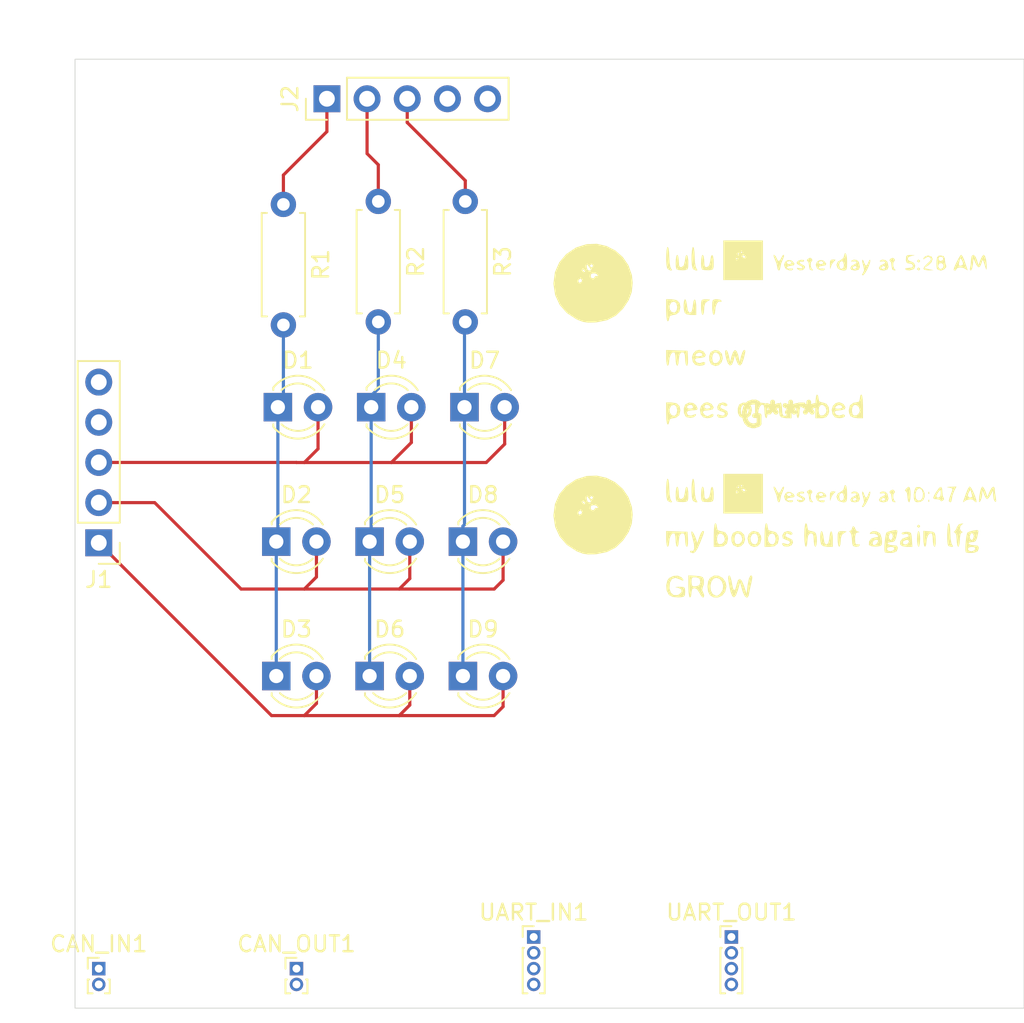
<source format=kicad_pcb>
(kicad_pcb (version 20240108) (generator "pcbnew") (generator_version "8.0")
  (layers (0 "F.Cu" signal) (31 "B.Cu" signal) (34 "B.Paste" user) (35 "F.Paste" user) (36 "B.SilkS" user "B.Silkscreen") (37 "F.SilkS" user "F.Silkscreen") (38 "B.Mask" user) (39 "F.Mask" user) (44 "Edge.Cuts" user))
  (net 0 "")
  (net 5 "Net-(D1-K)")
  (net 6 "Net-(D1-A)")
  (net 7 "Net-(D2-A)")
  (net 8 "Net-(D3-A)")
  (net 9 "Net-(D4-K)")
  (net 10 "Net-(D7-K)")
  (net 11 "Net-(J2-Pin_1)")
  (net 12 "Net-(J2-Pin_2)")
  (net 13 "Net-(J2-Pin_3)")
  (footprint "LOGO" (layer "F.Cu") (at 66.5 36)
    (property "Reference" "G***" (at 0 0 0) (layer "F.SilkS") (effects (font (size 1.5 1.5) (thickness 0.3))))
    (property "Value" "LOGO" (hide yes))
  )
  (footprint "Connector_PinHeader_1.00mm:PinHeader_1x04_P1.00mm_Vertical" (layer "F.Cu") (at 51 69)
    (property "Reference" "UART_IN1" (at 0 -1.56 0) (layer "F.SilkS"))
    (property "Value" "Conn_01x04_Pin")
    (pad "1" thru_hole rect (at 0 0) (size 0.85 0.85) (drill 0.5) (layers "*.Cu" "*.Mask"))
    (pad "2" thru_hole oval (at 0 1) (size 0.85 0.85) (drill 0.5) (layers "*.Cu" "*.Mask"))
    (pad "3" thru_hole oval (at 0 2) (size 0.85 0.85) (drill 0.5) (layers "*.Cu" "*.Mask"))
    (pad "4" thru_hole oval (at 0 3) (size 0.85 0.85) (drill 0.5) (layers "*.Cu" "*.Mask"))
  )
  (footprint "Resistor_THT:R_Axial_DIN0207_L6.3mm_D2.5mm_P7.62mm_Horizontal" (layer "F.Cu") (at 46.675 22.49 -90)
    (property "Reference" "R3" (at 3.81 -2.37 90) (layer "F.SilkS"))
    (property "Value" "R")
    (pad "1" thru_hole circle (at 0 0 270) (size 1.6 1.6) (drill 0.8) (layers "*.Cu" "*.Mask") (net 13 "Net-(J2-Pin_3)"))
    (pad "2" thru_hole oval (at 7.62 0 270) (size 1.6 1.6) (drill 0.8) (layers "*.Cu" "*.Mask") (net 10 "Net-(D7-K)"))
  )
  (footprint "Connector_PinHeader_2.54mm:PinHeader_1x05_P2.54mm_Vertical" (layer "F.Cu") (at 37.925 16 90)
    (property "Reference" "J2" (at 0 -2.33 90) (layer "F.SilkS"))
    (property "Value" "Conn_01x05_Pin")
    (pad "1" thru_hole rect (at 0 0 90) (size 1.7 1.7) (drill 1) (layers "*.Cu" "*.Mask") (net 11 "Net-(J2-Pin_1)"))
    (pad "2" thru_hole oval (at 0 2.54 90) (size 1.7 1.7) (drill 1) (layers "*.Cu" "*.Mask") (net 12 "Net-(J2-Pin_2)"))
    (pad "3" thru_hole oval (at 0 5.08 90) (size 1.7 1.7) (drill 1) (layers "*.Cu" "*.Mask") (net 13 "Net-(J2-Pin_3)"))
    (pad "4" thru_hole oval (at 0 7.62 90) (size 1.7 1.7) (drill 1) (layers "*.Cu" "*.Mask"))
    (pad "5" thru_hole oval (at 0 10.16 90) (size 1.7 1.7) (drill 1) (layers "*.Cu" "*.Mask"))
  )
  (footprint "Resistor_THT:R_Axial_DIN0207_L6.3mm_D2.5mm_P7.62mm_Horizontal" (layer "F.Cu") (at 41.175 22.49 -90)
    (property "Reference" "R2" (at 3.81 -2.37 90) (layer "F.SilkS"))
    (property "Value" "R")
    (pad "1" thru_hole circle (at 0 0 270) (size 1.6 1.6) (drill 0.8) (layers "*.Cu" "*.Mask") (net 12 "Net-(J2-Pin_2)"))
    (pad "2" thru_hole oval (at 7.62 0 270) (size 1.6 1.6) (drill 0.8) (layers "*.Cu" "*.Mask") (net 9 "Net-(D4-K)"))
  )
  (footprint "Connector_PinHeader_2.54mm:PinHeader_1x05_P2.54mm_Vertical" (layer "F.Cu") (at 23.5 44.075 180)
    (property "Reference" "J1" (at 0 -2.33 0) (layer "F.SilkS"))
    (property "Value" "Conn_01x05_Pin")
    (pad "1" thru_hole rect (at 0 0 180) (size 1.7 1.7) (drill 1) (layers "*.Cu" "*.Mask") (net 8 "Net-(D3-A)"))
    (pad "2" thru_hole oval (at 0 2.54 180) (size 1.7 1.7) (drill 1) (layers "*.Cu" "*.Mask") (net 7 "Net-(D2-A)"))
    (pad "3" thru_hole oval (at 0 5.08 180) (size 1.7 1.7) (drill 1) (layers "*.Cu" "*.Mask") (net 6 "Net-(D1-A)"))
    (pad "4" thru_hole oval (at 0 7.62 180) (size 1.7 1.7) (drill 1) (layers "*.Cu" "*.Mask"))
    (pad "5" thru_hole oval (at 0 10.16 180) (size 1.7 1.7) (drill 1) (layers "*.Cu" "*.Mask"))
  )
  (footprint "LED_THT:LED_D3.0mm" (layer "F.Cu") (at 40.625 44)
    (property "Reference" "D5" (at 1.27 -2.96 0) (layer "F.SilkS"))
    (property "Value" "LED")
    (pad "1" thru_hole rect (at 0 0) (size 1.8 1.8) (drill 0.9) (layers "*.Cu" "*.Mask") (net 9 "Net-(D4-K)"))
    (pad "2" thru_hole circle (at 2.54 0) (size 1.8 1.8) (drill 0.9) (layers "*.Cu" "*.Mask") (net 7 "Net-(D2-A)"))
  )
  (footprint "LED_THT:LED_D3.0mm" (layer "F.Cu") (at 34.725 52.5)
    (property "Reference" "D3" (at 1.27 -2.96 0) (layer "F.SilkS"))
    (property "Value" "LED")
    (pad "1" thru_hole rect (at 0 0) (size 1.8 1.8) (drill 0.9) (layers "*.Cu" "*.Mask") (net 5 "Net-(D1-K)"))
    (pad "2" thru_hole circle (at 2.54 0) (size 1.8 1.8) (drill 0.9) (layers "*.Cu" "*.Mask") (net 8 "Net-(D3-A)"))
  )
  (footprint "Connector_PinHeader_1.00mm:PinHeader_1x02_P1.00mm_Vertical" (layer "F.Cu") (at 36 71)
    (property "Reference" "CAN_OUT1" (at 0 -1.56 0) (layer "F.SilkS"))
    (property "Value" "Conn_01x02_Pin")
    (pad "1" thru_hole rect (at 0 0) (size 0.85 0.85) (drill 0.5) (layers "*.Cu" "*.Mask"))
    (pad "2" thru_hole oval (at 0 1) (size 0.85 0.85) (drill 0.5) (layers "*.Cu" "*.Mask"))
  )
  (footprint "Resistor_THT:R_Axial_DIN0207_L6.3mm_D2.5mm_P7.62mm_Horizontal" (layer "F.Cu") (at 35.175 22.68 -90)
    (property "Reference" "R1" (at 3.81 -2.37 90) (layer "F.SilkS"))
    (property "Value" "R")
    (pad "1" thru_hole circle (at 0 0 270) (size 1.6 1.6) (drill 0.8) (layers "*.Cu" "*.Mask") (net 11 "Net-(J2-Pin_1)"))
    (pad "2" thru_hole oval (at 7.62 0 270) (size 1.6 1.6) (drill 0.8) (layers "*.Cu" "*.Mask") (net 5 "Net-(D1-K)"))
  )
  (footprint "Connector_PinHeader_1.00mm:PinHeader_1x02_P1.00mm_Vertical" (layer "F.Cu") (at 23.5 71)
    (property "Reference" "CAN_IN1" (at 0 -1.56 0) (layer "F.SilkS"))
    (property "Value" "Conn_01x02_Pin")
    (pad "1" thru_hole rect (at 0 0) (size 0.85 0.85) (drill 0.5) (layers "*.Cu" "*.Mask"))
    (pad "2" thru_hole oval (at 0 1) (size 0.85 0.85) (drill 0.5) (layers "*.Cu" "*.Mask"))
  )
  (footprint "LED_THT:LED_D3.0mm" (layer "F.Cu") (at 34.725 44)
    (property "Reference" "D2" (at 1.27 -2.96 0) (layer "F.SilkS"))
    (property "Value" "LED")
    (pad "1" thru_hole rect (at 0 0) (size 1.8 1.8) (drill 0.9) (layers "*.Cu" "*.Mask") (net 5 "Net-(D1-K)"))
    (pad "2" thru_hole circle (at 2.54 0) (size 1.8 1.8) (drill 0.9) (layers "*.Cu" "*.Mask") (net 7 "Net-(D2-A)"))
  )
  (footprint "LED_THT:LED_D3.0mm" (layer "F.Cu") (at 46.525 44)
    (property "Reference" "D8" (at 1.27 -2.96 0) (layer "F.SilkS"))
    (property "Value" "LED")
    (pad "1" thru_hole rect (at 0 0) (size 1.8 1.8) (drill 0.9) (layers "*.Cu" "*.Mask") (net 10 "Net-(D7-K)"))
    (pad "2" thru_hole circle (at 2.54 0) (size 1.8 1.8) (drill 0.9) (layers "*.Cu" "*.Mask") (net 7 "Net-(D2-A)"))
  )
  (footprint "LED_THT:LED_D3.0mm" (layer "F.Cu") (at 46.525 52.5)
    (property "Reference" "D9" (at 1.27 -2.96 0) (layer "F.SilkS"))
    (property "Value" "LED")
    (pad "1" thru_hole rect (at 0 0) (size 1.8 1.8) (drill 0.9) (layers "*.Cu" "*.Mask") (net 10 "Net-(D7-K)"))
    (pad "2" thru_hole circle (at 2.54 0) (size 1.8 1.8) (drill 0.9) (layers "*.Cu" "*.Mask") (net 8 "Net-(D3-A)"))
  )
  (footprint "LED_THT:LED_D3.0mm" (layer "F.Cu") (at 46.625 35.5)
    (property "Reference" "D7" (at 1.27 -2.96 0) (layer "F.SilkS"))
    (property "Value" "LED")
    (pad "1" thru_hole rect (at 0 0) (size 1.8 1.8) (drill 0.9) (layers "*.Cu" "*.Mask") (net 10 "Net-(D7-K)"))
    (pad "2" thru_hole circle (at 2.54 0) (size 1.8 1.8) (drill 0.9) (layers "*.Cu" "*.Mask") (net 6 "Net-(D1-A)"))
  )
  (footprint "LED_THT:LED_D3.0mm" (layer "F.Cu") (at 34.825 35.5)
    (property "Reference" "D1" (at 1.27 -2.96 0) (layer "F.SilkS"))
    (property "Value" "LED")
    (pad "1" thru_hole rect (at 0 0) (size 1.8 1.8) (drill 0.9) (layers "*.Cu" "*.Mask") (net 5 "Net-(D1-K)"))
    (pad "2" thru_hole circle (at 2.54 0) (size 1.8 1.8) (drill 0.9) (layers "*.Cu" "*.Mask") (net 6 "Net-(D1-A)"))
  )
  (footprint "Connector_PinHeader_1.00mm:PinHeader_1x04_P1.00mm_Vertical" (layer "F.Cu") (at 63.5 69)
    (property "Reference" "UART_OUT1" (at 0 -1.56 0) (layer "F.SilkS"))
    (property "Value" "Conn_01x04_Pin")
    (pad "1" thru_hole rect (at 0 0) (size 0.85 0.85) (drill 0.5) (layers "*.Cu" "*.Mask"))
    (pad "2" thru_hole oval (at 0 1) (size 0.85 0.85) (drill 0.5) (layers "*.Cu" "*.Mask"))
    (pad "3" thru_hole oval (at 0 2) (size 0.85 0.85) (drill 0.5) (layers "*.Cu" "*.Mask"))
    (pad "4" thru_hole oval (at 0 3) (size 0.85 0.85) (drill 0.5) (layers "*.Cu" "*.Mask"))
  )
  (footprint "LED_THT:LED_D3.0mm" (layer "F.Cu") (at 40.625 52.5)
    (property "Reference" "D6" (at 1.27 -2.96 0) (layer "F.SilkS"))
    (property "Value" "LED")
    (pad "1" thru_hole rect (at 0 0) (size 1.8 1.8) (drill 0.9) (layers "*.Cu" "*.Mask") (net 9 "Net-(D4-K)"))
    (pad "2" thru_hole circle (at 2.54 0) (size 1.8 1.8) (drill 0.9) (layers "*.Cu" "*.Mask") (net 8 "Net-(D3-A)"))
  )
  (footprint "LED_THT:LED_D3.0mm" (layer "F.Cu") (at 40.725 35.5)
    (property "Reference" "D4" (at 1.27 -2.96 0) (layer "F.SilkS"))
    (property "Value" "LED")
    (pad "1" thru_hole rect (at 0 0) (size 1.8 1.8) (drill 0.9) (layers "*.Cu" "*.Mask") (net 9 "Net-(D4-K)"))
    (pad "2" thru_hole circle (at 2.54 0) (size 1.8 1.8) (drill 0.9) (layers "*.Cu" "*.Mask") (net 6 "Net-(D1-A)"))
  )
  (gr_rect (start 22 13.5) (end 82 73.5) (stroke (width 0.05)) (fill none) (layer "Edge.Cuts"))
  (segment (start 35.175 30.3) (end 35.175 35.15) (width 0.2) (layer "B.Cu") (net 5))
  (segment (start 34.825 35.5) (end 34.825 43.9) (width 0.2) (layer "B.Cu") (net 5))
  (segment (start 35.175 35.15) (end 34.825 35.5) (width 0.2) (layer "B.Cu") (net 5))
  (segment (start 34.725 44) (end 34.725 52.5) (width 0.2) (layer "B.Cu") (net 5))
  (segment (start 34.825 43.9) (end 34.725 44) (width 0.2) (layer "B.Cu") (net 5))
  (segment (start 37.365 38.135) (end 37.365 35.5) (width 0.2) (layer "F.Cu") (net 6))
  (segment (start 42 39) (end 48 39) (width 0.2) (layer "F.Cu") (net 6))
  (segment (start 49.165 37.835) (end 49.165 35.5) (width 0.2) (layer "F.Cu") (net 6))
  (segment (start 42 39) (end 43.265 37.735) (width 0.2) (layer "F.Cu") (net 6))
  (segment (start 36.5 39) (end 42 39) (width 0.2) (layer "F.Cu") (net 6))
  (segment (start 23.5 38.995) (end 35.995 38.995) (width 0.2) (layer "F.Cu") (net 6))
  (segment (start 43.265 37.735) (end 43.265 35.5) (width 0.2) (layer "F.Cu") (net 6))
  (segment (start 35.995 38.995) (end 36 39) (width 0.2) (layer "F.Cu") (net 6))
  (segment (start 36.5 39) (end 37.365 38.135) (width 0.2) (layer "F.Cu") (net 6))
  (segment (start 36 39) (end 36.5 39) (width 0.2) (layer "F.Cu") (net 6))
  (segment (start 48 39) (end 49.165 37.835) (width 0.2) (layer "F.Cu") (net 6))
  (segment (start 42.5 47) (end 43.165 46.335) (width 0.2) (layer "F.Cu") (net 7))
  (segment (start 48.5 47) (end 49.065 46.435) (width 0.2) (layer "F.Cu") (net 7))
  (segment (start 36.5 47) (end 42.5 47) (width 0.2) (layer "F.Cu") (net 7))
  (segment (start 49.065 46.435) (end 49.065 44) (width 0.2) (layer "F.Cu") (net 7))
  (segment (start 37.265 46.235) (end 37.265 44) (width 0.2) (layer "F.Cu") (net 7))
  (segment (start 36.5 47) (end 37.265 46.235) (width 0.2) (layer "F.Cu") (net 7))
  (segment (start 23.5 41.535) (end 27.035 41.535) (width 0.2) (layer "F.Cu") (net 7))
  (segment (start 42.5 47) (end 48.5 47) (width 0.2) (layer "F.Cu") (net 7))
  (segment (start 32.5 47) (end 36.5 47) (width 0.2) (layer "F.Cu") (net 7))
  (segment (start 27.035 41.535) (end 32.5 47) (width 0.2) (layer "F.Cu") (net 7))
  (segment (start 43.165 46.335) (end 43.165 44) (width 0.2) (layer "F.Cu") (net 7))
  (segment (start 23.5 44.075) (end 34.425 55) (width 0.2) (layer "F.Cu") (net 8))
  (segment (start 49.065 54.435) (end 49.065 52.5) (width 0.2) (layer "F.Cu") (net 8))
  (segment (start 43.165 54.335) (end 43.165 52.5) (width 0.2) (layer "F.Cu") (net 8))
  (segment (start 42.5 55) (end 48.5 55) (width 0.2) (layer "F.Cu") (net 8))
  (segment (start 48.5 55) (end 49.065 54.435) (width 0.2) (layer "F.Cu") (net 8))
  (segment (start 42.5 55) (end 43.165 54.335) (width 0.2) (layer "F.Cu") (net 8))
  (segment (start 34.425 55) (end 36.5 55) (width 0.2) (layer "F.Cu") (net 8))
  (segment (start 36.5 55) (end 37.265 54.235) (width 0.2) (layer "F.Cu") (net 8))
  (segment (start 36.5 55) (end 42.5 55) (width 0.2) (layer "F.Cu") (net 8))
  (segment (start 37.265 54.235) (end 37.265 52.5) (width 0.2) (layer "F.Cu") (net 8))
  (segment (start 40.725 34.775) (end 41.175 34.325) (width 0.2) (layer "B.Cu") (net 9))
  (segment (start 40.725 35.5) (end 40.725 43.9) (width 0.2) (layer "B.Cu") (net 9))
  (segment (start 40.625 44) (end 40.625 52.5) (width 0.2) (layer "B.Cu") (net 9))
  (segment (start 40.725 43.9) (end 40.625 44) (width 0.2) (layer "B.Cu") (net 9))
  (segment (start 41.175 34.325) (end 41.175 30.11) (width 0.2) (layer "B.Cu") (net 9))
  (segment (start 40.725 35.5) (end 40.725 34.775) (width 0.2) (layer "B.Cu") (net 9))
  (segment (start 46.525 43.025) (end 46.625 42.925) (width 0.2) (layer "B.Cu") (net 10))
  (segment (start 46.625 35.5) (end 46.625 30.16) (width 0.2) (layer "B.Cu") (net 10))
  (segment (start 46.525 52.5) (end 46.525 44) (width 0.2) (layer "B.Cu") (net 10))
  (segment (start 46.625 42.925) (end 46.625 35.5) (width 0.2) (layer "B.Cu") (net 10))
  (segment (start 46.525 44) (end 46.525 43.025) (width 0.2) (layer "B.Cu") (net 10))
  (segment (start 46.625 30.16) (end 46.675 30.11) (width 0.2) (layer "B.Cu") (net 10))
  (segment (start 37.925 16) (end 37.925 18.075) (width 0.2) (layer "F.Cu") (net 11))
  (segment (start 35.175 20.825) (end 35.175 22.68) (width 0.2) (layer "F.Cu") (net 11))
  (segment (start 37.925 18.075) (end 35.175 20.825) (width 0.2) (layer "F.Cu") (net 11))
  (segment (start 40.465 16) (end 40.465 19.465) (width 0.2) (layer "F.Cu") (net 12))
  (segment (start 40.465 19.465) (end 41.175 20.175) (width 0.2) (layer "F.Cu") (net 12))
  (segment (start 41.175 20.175) (end 41.175 22.49) (width 0.2) (layer "F.Cu") (net 12))
  (segment (start 43.005 17.505) (end 46.675 21.175) (width 0.2) (layer "F.Cu") (net 13))
  (segment (start 43.005 16) (end 43.005 17.505) (width 0.2) (layer "F.Cu") (net 13))
  (segment (start 46.675 21.175) (end 46.675 22.49) (width 0.2) (layer "F.Cu") (net 13))
)
</source>
